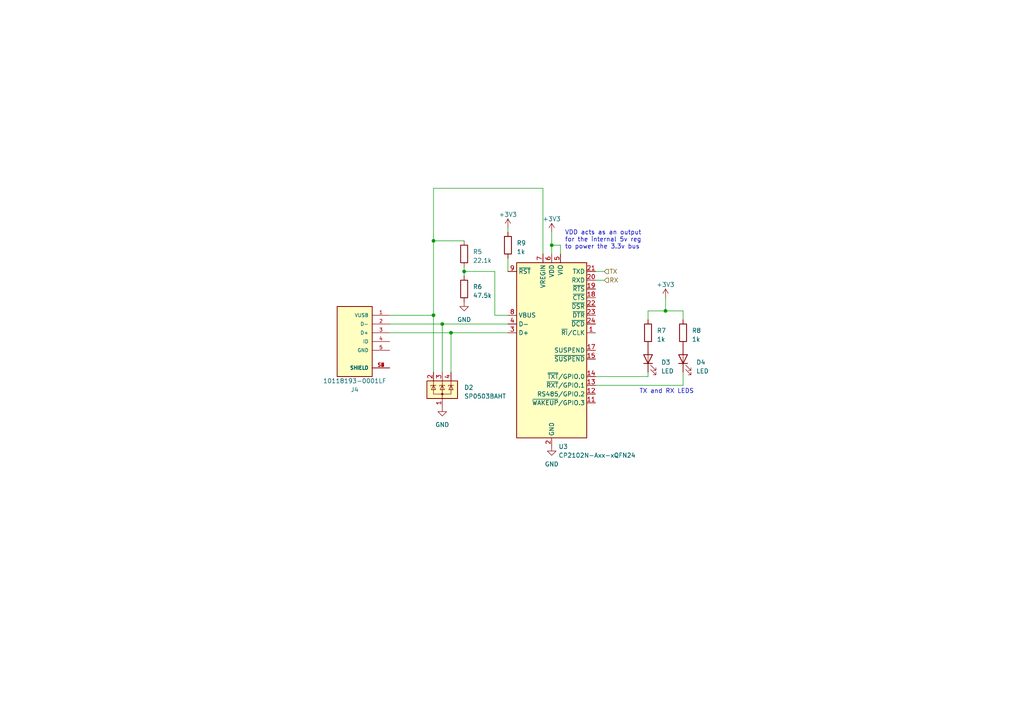
<source format=kicad_sch>
(kicad_sch (version 20230121) (generator eeschema)
  (paper "A4")
  (lib_symbols
    (symbol "10118193-0001LF:10118193-0001LF" (pin_names (offset 1.016))
      (property "Reference" "J" (at -5.0817 10.9286 0))
      (property "Value" "10118193-0001LF" (at -5.0819 -12.7097 0))
      (symbol "10118193-0001LF_0_0"
        (rectangle (start -5.08 -10.16) (end 5.08 10.16) (stroke (width 0.254)) (fill (type background)))
        (pin passive line (at -10.16 7.62 0) (length 5.08) (name "VUSB") (number "1"))
        (pin passive line (at -10.16 5.08 0) (length 5.08) (name "D-") (number "2"))
        (pin passive line (at -10.16 2.54 0) (length 5.08) (name "D+") (number "3"))
        (pin passive line (at -10.16 0 0) (length 5.08) (name "ID") (number "4"))
        (pin passive line (at -10.16 -2.54 0) (length 5.08) (name "GND") (number "5"))
        (pin passive line (at -10.16 -7.62 0) (length 5.08) (name "SHIELD") (number "S1"))
        (pin passive line (at -10.16 -7.62 0) (length 5.08) (name "SHIELD") (number "S2"))
        (pin passive line (at -10.16 -7.62 0) (length 5.08) (name "SHIELD") (number "S3"))
        (pin passive line (at -10.16 -7.62 0) (length 5.08) (name "SHIELD") (number "S4"))
        (pin passive line (at -10.16 -7.62 0) (length 5.08) (name "SHIELD") (number "S5"))
        (pin passive line (at -10.16 -7.62 0) (length 5.08) (name "SHIELD") (number "S6"))
      )
    )
    (symbol "Device:LED" (pin_numbers hide) (pin_names (offset 1.016) hide)
      (property "Reference" "D" (at 0 2.54 0))
      (property "Value" "LED" (at 0 -2.54 0))
      (symbol "LED_0_1"
        (polyline (pts (xy -1.27 -1.27) (xy -1.27 1.27)) (stroke (width 0.254)))
        (polyline (pts (xy -1.27 0) (xy 1.27 0)))
        (polyline (pts (xy 1.27 -1.27) (xy 1.27 1.27) (xy -1.27 0) (xy 1.27 -1.27)) (stroke (width 0.254)))
        (polyline (pts (xy -3.048 -0.762) (xy -4.572 -2.286) (xy -3.81 -2.286) (xy -4.572 -2.286) (xy -4.572 -1.524)))
        (polyline (pts (xy -1.778 -0.762) (xy -3.302 -2.286) (xy -2.54 -2.286) (xy -3.302 -2.286) (xy -3.302 -1.524)))
      )
      (symbol "LED_1_1"
        (pin passive line (at -3.81 0 0) (length 2.54) (name "K") (number "1"))
        (pin passive line (at 3.81 0 180) (length 2.54) (name "A") (number "2"))
      )
    )
    (symbol "Device:R" (pin_numbers hide) (pin_names (offset 0))
      (property "Reference" "R" (at 2.032 0 90))
      (property "Value" "R" (at 0 0 90))
      (symbol "R_0_1"
        (rectangle (start -1.016 -2.54) (end 1.016 2.54) (stroke (width 0.254)))
      )
      (symbol "R_1_1"
        (pin passive line (at 0 3.81 270) (length 1.27) (name "~") (number "1"))
        (pin passive line (at 0 -3.81 90) (length 1.27) (name "~") (number "2"))
      )
    )
    (symbol "Interface_USB:CP2102N-Axx-xQFN24"
      (property "Reference" "U" (at -8.89 26.67 0))
      (property "Value" "CP2102N-Axx-xQFN24" (at 13.97 26.67 0))
      (symbol "CP2102N-Axx-xQFN24_0_1"
        (rectangle (start -10.16 25.4) (end 10.16 -25.4) (stroke (width 0.254)) (fill (type background)))
      )
      (symbol "CP2102N-Axx-xQFN24_1_1"
        (pin bidirectional line (at 12.7 5.08 180) (length 2.54) (name "~{RI}/CLK") (number "1"))
        (pin no_connect line (at -10.16 -22.86 0) (length 2.54) hide (name "NC") (number "10"))
        (pin bidirectional line (at 12.7 -15.24 180) (length 2.54) (name "~{WAKEUP}/GPIO.3") (number "11"))
        (pin bidirectional line (at 12.7 -12.7 180) (length 2.54) (name "RS485/GPIO.2") (number "12"))
        (pin bidirectional line (at 12.7 -10.16 180) (length 2.54) (name "~{RXT}/GPIO.1") (number "13"))
        (pin bidirectional line (at 12.7 -7.62 180) (length 2.54) (name "~{TXT}/GPIO.0") (number "14"))
        (pin output line (at 12.7 -2.54 180) (length 2.54) (name "~{SUSPEND}") (number "15"))
        (pin no_connect line (at 10.16 -22.86 180) (length 2.54) hide (name "NC") (number "16"))
        (pin output line (at 12.7 0 180) (length 2.54) (name "SUSPEND") (number "17"))
        (pin input line (at 12.7 15.24 180) (length 2.54) (name "~{CTS}") (number "18"))
        (pin output line (at 12.7 17.78 180) (length 2.54) (name "~{RTS}") (number "19"))
        (pin power_in line (at 0 -27.94 90) (length 2.54) (name "GND") (number "2"))
        (pin input line (at 12.7 20.32 180) (length 2.54) (name "RXD") (number "20"))
        (pin output line (at 12.7 22.86 180) (length 2.54) (name "TXD") (number "21"))
        (pin input line (at 12.7 12.7 180) (length 2.54) (name "~{DSR}") (number "22"))
        (pin output line (at 12.7 10.16 180) (length 2.54) (name "~{DTR}") (number "23"))
        (pin input line (at 12.7 7.62 180) (length 2.54) (name "~{DCD}") (number "24"))
        (pin passive line (at 0 -27.94 90) (length 2.54) hide (name "GND") (number "25"))
        (pin bidirectional line (at -12.7 5.08 0) (length 2.54) (name "D+") (number "3"))
        (pin bidirectional line (at -12.7 7.62 0) (length 2.54) (name "D-") (number "4"))
        (pin power_in line (at 2.54 27.94 270) (length 2.54) (name "VIO") (number "5"))
        (pin power_in line (at 0 27.94 270) (length 2.54) (name "VDD") (number "6"))
        (pin power_in line (at -2.54 27.94 270) (length 2.54) (name "VREGIN") (number "7"))
        (pin input line (at -12.7 10.16 0) (length 2.54) (name "VBUS") (number "8"))
        (pin input line (at -12.7 22.86 0) (length 2.54) (name "~{RST}") (number "9"))
      )
    )
    (symbol "Power_Protection:SP0503BAHT" (pin_names hide)
      (property "Reference" "D" (at 5.715 2.54 0))
      (property "Value" "SP0503BAHT" (at 5.715 0.635 0))
      (symbol "SP0503BAHT_0_0"
        (pin passive line (at 0 -5.08 90) (length 2.54) (name "A") (number "1"))
      )
      (symbol "SP0503BAHT_0_1"
        (rectangle (start -4.445 2.54) (end 4.445 -2.54) (stroke (width 0.254)) (fill (type background)))
        (circle (center 0 -1.27) (radius 0.254) (fill (type outline)))
        (polyline (pts (xy -2.54 2.54) (xy -2.54 1.27)))
        (polyline (pts (xy 0 -1.27) (xy 0 -2.54)))
        (polyline (pts (xy 0 -1.27) (xy 0 1.27)))
        (polyline (pts (xy 0 2.54) (xy 0 1.27)))
        (polyline (pts (xy 0.635 1.27) (xy 0.762 1.27)))
        (polyline (pts (xy 2.54 2.54) (xy 2.54 1.27)))
        (polyline (pts (xy 0.635 1.27) (xy -0.762 1.27) (xy -0.762 1.016)))
        (polyline (pts (xy -3.302 1.016) (xy -3.302 1.27) (xy -1.905 1.27) (xy -1.778 1.27)))
        (polyline (pts (xy -2.54 1.27) (xy -2.54 -1.27) (xy 2.54 -1.27) (xy 2.54 1.27)))
        (polyline (pts (xy -2.54 1.27) (xy -1.905 0) (xy -3.175 0) (xy -2.54 1.27)))
        (polyline (pts (xy 0.635 0) (xy -0.635 0) (xy 0 1.27) (xy 0.635 0)))
        (polyline (pts (xy 1.778 1.016) (xy 1.778 1.27) (xy 3.175 1.27) (xy 3.302 1.27)))
        (polyline (pts (xy 2.54 1.27) (xy 1.905 0) (xy 3.175 0) (xy 2.54 1.27)))
      )
      (symbol "SP0503BAHT_1_1"
        (pin passive line (at -2.54 5.08 270) (length 2.54) (name "K") (number "2"))
        (pin passive line (at 0 5.08 270) (length 2.54) (name "K") (number "3"))
        (pin passive line (at 2.54 5.08 270) (length 2.54) (name "K") (number "4"))
      )
    )
    (symbol "power:+3V3" (power) (pin_names (offset 0))
      (property "Value" "+3V3" (at 0 3.556 0))
      (symbol "+3V3_0_1"
        (polyline (pts (xy -0.762 1.27) (xy 0 2.54)))
        (polyline (pts (xy 0 0) (xy 0 2.54)))
        (polyline (pts (xy 0 2.54) (xy 0.762 1.27)))
      )
      (symbol "+3V3_1_1"
        (pin power_in line (at 0 0 90) (length 0) hide (name "+3V3") (number "1"))
      )
    )
    (symbol "power:GND" (power) (pin_names (offset 0))
      (property "Value" "GND" (at 0 -3.81 0))
      (symbol "GND_0_1"
        (polyline (pts (xy 0 0) (xy 0 -1.27) (xy 1.27 -1.27) (xy 0 -2.54) (xy -1.27 -1.27) (xy 0 -1.27)))
      )
      (symbol "GND_1_1"
        (pin power_in line (at 0 0 270) (length 0) hide (name "GND") (number "1"))
      )
    )
  )
  (junction (at 134.62 78.74))
  (junction (at 128.27 93.98))
  (junction (at 193.04 90.17))
  (junction (at 130.81 96.52))
  (junction (at 125.73 91.44))
  (junction (at 160.02 71.12))
  (junction (at 125.73 69.85))
  (wire (pts (xy 157.48 54.61) (xy 157.48 73.66)))
  (wire (pts (xy 172.72 109.22) (xy 187.96 109.22)))
  (wire (pts (xy 175.26 78.74) (xy 172.72 78.74)))
  (wire (pts (xy 172.72 111.76) (xy 198.12 111.76)))
  (wire (pts (xy 162.56 71.12) (xy 162.56 73.66)))
  (wire (pts (xy 134.62 78.74) (xy 134.62 77.47)))
  (wire (pts (xy 134.62 78.74) (xy 143.51 78.74)))
  (wire (pts (xy 113.03 93.98) (xy 128.27 93.98)))
  (wire (pts (xy 113.03 96.52) (xy 130.81 96.52)))
  (wire (pts (xy 187.96 90.17) (xy 187.96 92.71)))
  (wire (pts (xy 198.12 107.95) (xy 198.12 111.76)))
  (wire (pts (xy 160.02 67.31) (xy 160.02 71.12)))
  (wire (pts (xy 125.73 54.61) (xy 157.48 54.61)))
  (wire (pts (xy 187.96 90.17) (xy 193.04 90.17)))
  (wire (pts (xy 125.73 69.85) (xy 134.62 69.85)))
  (wire (pts (xy 193.04 86.36) (xy 193.04 90.17)))
  (wire (pts (xy 147.32 74.93) (xy 147.32 78.74)))
  (wire (pts (xy 147.32 96.52) (xy 130.81 96.52)))
  (wire (pts (xy 125.73 69.85) (xy 125.73 54.61)))
  (wire (pts (xy 125.73 69.85) (xy 125.73 91.44)))
  (wire (pts (xy 198.12 90.17) (xy 198.12 92.71)))
  (wire (pts (xy 143.51 78.74) (xy 143.51 91.44)))
  (wire (pts (xy 187.96 107.95) (xy 187.96 109.22)))
  (wire (pts (xy 143.51 91.44) (xy 147.32 91.44)))
  (wire (pts (xy 134.62 80.01) (xy 134.62 78.74)))
  (wire (pts (xy 125.73 91.44) (xy 125.73 107.95)))
  (wire (pts (xy 175.26 81.28) (xy 172.72 81.28)))
  (wire (pts (xy 147.32 93.98) (xy 128.27 93.98)))
  (wire (pts (xy 160.02 71.12) (xy 162.56 71.12)))
  (wire (pts (xy 160.02 71.12) (xy 160.02 73.66)))
  (wire (pts (xy 130.81 96.52) (xy 130.81 107.95)))
  (wire (pts (xy 147.32 66.04) (xy 147.32 67.31)))
  (wire (pts (xy 113.03 91.44) (xy 125.73 91.44)))
  (wire (pts (xy 128.27 93.98) (xy 128.27 107.95)))
  (wire (pts (xy 193.04 90.17) (xy 198.12 90.17)))
  (text "TX and RX LEDS" (at 185.42 114.3 0) (effects (font (size 1.27 1.27)) (justify left bottom)))
  (text "VDD acts as an output\nfor the internal 5v reg\nto power the 3.3v bus" (at 163.83 72.39 0) (effects (font (size 1.27 1.27)) (justify left bottom)))
  (hierarchical_label "RX" (shape input) (at 175.26 81.28 0))
  (hierarchical_label "TX" (shape input) (at 175.26 78.74 0))
  (symbol (lib_id "Device:LED") (at 187.96 104.14 90) (unit 1)
    (property "Reference" "D3" (at 191.77 105.0925 90) (effects (justify right)))
    (property "Value" "LED" (at 191.77 107.6325 90) (effects (justify right)))
    (property "Footprint" "Diode_SMD:D_0603_1608Metric" (effects hide))
  )
  (symbol (lib_id "power:+3V3") (at 160.02 67.31 0) (unit 1)
    (property "Reference" "#PWR015" (effects hide))
    (property "Value" "+3V3" (at 160.02 63.5 0))
  )
  (symbol (lib_id "power:+3V3") (at 147.32 66.04 0) (unit 1)
    (property "Reference" "#PWR08" (effects hide))
    (property "Value" "+3V3" (at 147.32 62.23 0))
  )
  (symbol (lib_id "Device:R") (at 147.32 71.12 0) (unit 1)
    (property "Reference" "R9" (at 149.86 70.485 0) (effects (justify left)))
    (property "Value" "1k" (at 149.86 73.025 0) (effects (justify left)))
    (property "Footprint" "Resistor_SMD:R_0805_2012Metric" (effects hide))
  )
  (symbol (lib_id "Device:R") (at 134.62 73.66 180) (unit 1)
    (property "Reference" "R5" (at 137.16 73.025 0) (effects (justify right)))
    (property "Value" "22.1k" (at 137.16 75.565 0) (effects (justify right)))
    (property "Footprint" "Resistor_SMD:R_0805_2012Metric" (effects hide))
  )
  (symbol (lib_id "10118193-0001LF:10118193-0001LF") (at 102.87 99.06 0) (mirror y) (unit 1)
    (property "Reference" "J4" (at 102.87 113.03 0))
    (property "Value" "10118193-0001LF" (at 102.87 110.49 0))
    (property "Footprint" "Micro USB Port:AMPHENOL_10118193-0001LF" (effects hide))
    (property "PARTREV" "E" (effects hide))
    (property "MANUFACTURER" "Amphenol FCI" (effects hide))
    (property "MAXIMUM_PACKAGE_HEIGHT" "2.55 mm" (effects hide))
    (property "STANDARD" "Manufacturer Recommendations" (effects hide))
    (instances (project "skydiving-altimeter" (path "" (reference "J4") (unit 1)) (path "" (reference "J5") (unit 1))))
  )
  (symbol (lib_id "power:+3V3") (at 193.04 86.36 0) (unit 1)
    (property "Reference" "#PWR09" (effects hide))
    (property "Value" "+3V3" (at 193.04 82.55 0))
  )
  (symbol (lib_id "Device:LED") (at 198.12 104.14 90) (unit 1)
    (property "Reference" "D4" (at 201.93 105.0925 90) (effects (justify right)))
    (property "Value" "LED" (at 201.93 107.6325 90) (effects (justify right)))
    (property "Footprint" "Diode_SMD:D_0603_1608Metric" (effects hide))
  )
  (symbol (lib_id "Power_Protection:SP0503BAHT") (at 128.27 113.03 0) (unit 1)
    (property "Reference" "D2" (at 134.62 112.395 0) (effects (justify left)))
    (property "Value" "SP0503BAHT" (at 134.62 114.935 0) (effects (justify left)))
    (property "Footprint" "Package_TO_SOT_SMD:SOT-143" (effects hide))
    (property "Datasheet" "http://www.littelfuse.com/~/media/files/littelfuse/technical%20resources/documents/data%20sheets/sp05xxba.pdf" (effects hide))
  )
  (symbol (lib_id "Interface_USB:CP2102N-Axx-xQFN24") (at 160.02 101.6 0) (unit 1)
    (property "Reference" "U3" (at 161.9759 129.54 0) (effects (justify left)))
    (property "Value" "CP2102N-Axx-xQFN24" (at 161.9759 132.08 0) (effects (justify left)))
    (property "Footprint" "Package_DFN_QFN:QFN-24-1EP_4x4mm_P0.5mm_EP2.6x2.6mm" (effects hide))
    (property "Datasheet" "https://www.silabs.com/documents/public/data-sheets/cp2102n-datasheet.pdf" (effects hide))
  )
  (symbol (lib_id "Device:R") (at 187.96 96.52 0) (unit 1)
    (property "Reference" "R7" (at 190.5 95.885 0) (effects (justify left)))
    (property "Value" "1k" (at 190.5 98.425 0) (effects (justify left)))
    (property "Footprint" "Resistor_SMD:R_0805_2012Metric" (effects hide))
  )
  (symbol (lib_id "power:GND") (at 134.62 87.63 0) (unit 1)
    (property "Reference" "#PWR014" (effects hide))
    (property "Value" "GND" (at 134.62 92.71 0))
  )
  (symbol (lib_id "power:GND") (at 128.27 118.11 0) (unit 1)
    (property "Reference" "#PWR013" (effects hide))
    (property "Value" "GND" (at 128.27 123.19 0))
  )
  (symbol (lib_id "Device:R") (at 134.62 83.82 180) (unit 1)
    (property "Reference" "R6" (at 137.16 83.185 0) (effects (justify right)))
    (property "Value" "47.5k" (at 137.16 85.725 0) (effects (justify right)))
    (property "Footprint" "Resistor_SMD:R_0805_2012Metric" (effects hide))
  )
  (symbol (lib_id "Device:R") (at 198.12 96.52 0) (unit 1)
    (property "Reference" "R8" (at 200.66 95.885 0) (effects (justify left)))
    (property "Value" "1k" (at 200.66 98.425 0) (effects (justify left)))
    (property "Footprint" "Resistor_SMD:R_0805_2012Metric" (effects hide))
  )
  (symbol (lib_id "power:GND") (at 160.02 129.54 0) (unit 1)
    (property "Reference" "#PWR012" (effects hide))
    (property "Value" "GND" (at 160.02 134.62 0))
  )
)
</source>
